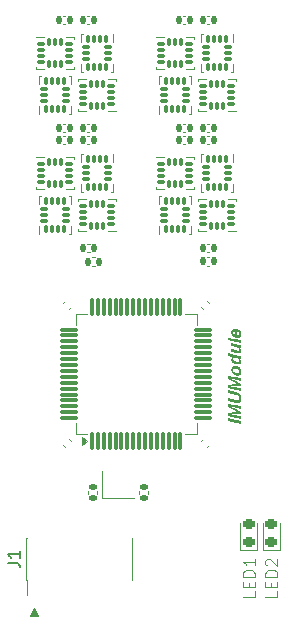
<source format=gbr>
%TF.GenerationSoftware,KiCad,Pcbnew,8.0.3-8.0.3-0~ubuntu22.04.1*%
%TF.CreationDate,2024-07-27T12:22:20+09:00*%
%TF.ProjectId,IMUModule_STM32,494d554d-6f64-4756-9c65-5f53544d3332,rev?*%
%TF.SameCoordinates,Original*%
%TF.FileFunction,Legend,Top*%
%TF.FilePolarity,Positive*%
%FSLAX46Y46*%
G04 Gerber Fmt 4.6, Leading zero omitted, Abs format (unit mm)*
G04 Created by KiCad (PCBNEW 8.0.3-8.0.3-0~ubuntu22.04.1) date 2024-07-27 12:22:20*
%MOMM*%
%LPD*%
G01*
G04 APERTURE LIST*
G04 Aperture macros list*
%AMRoundRect*
0 Rectangle with rounded corners*
0 $1 Rounding radius*
0 $2 $3 $4 $5 $6 $7 $8 $9 X,Y pos of 4 corners*
0 Add a 4 corners polygon primitive as box body*
4,1,4,$2,$3,$4,$5,$6,$7,$8,$9,$2,$3,0*
0 Add four circle primitives for the rounded corners*
1,1,$1+$1,$2,$3*
1,1,$1+$1,$4,$5*
1,1,$1+$1,$6,$7*
1,1,$1+$1,$8,$9*
0 Add four rect primitives between the rounded corners*
20,1,$1+$1,$2,$3,$4,$5,0*
20,1,$1+$1,$4,$5,$6,$7,0*
20,1,$1+$1,$6,$7,$8,$9,0*
20,1,$1+$1,$8,$9,$2,$3,0*%
G04 Aperture macros list end*
%ADD10C,0.050000*%
%ADD11C,0.240000*%
%ADD12C,0.100000*%
%ADD13C,0.150000*%
%ADD14C,0.120000*%
%ADD15RoundRect,0.087500X-0.225000X-0.087500X0.225000X-0.087500X0.225000X0.087500X-0.225000X0.087500X0*%
%ADD16RoundRect,0.087500X-0.087500X-0.225000X0.087500X-0.225000X0.087500X0.225000X-0.087500X0.225000X0*%
%ADD17RoundRect,0.140000X-0.140000X-0.170000X0.140000X-0.170000X0.140000X0.170000X-0.140000X0.170000X0*%
%ADD18RoundRect,0.140000X0.140000X0.170000X-0.140000X0.170000X-0.140000X-0.170000X0.140000X-0.170000X0*%
%ADD19R,0.900000X0.800000*%
%ADD20RoundRect,0.140000X-0.170000X0.140000X-0.170000X-0.140000X0.170000X-0.140000X0.170000X0.140000X0*%
%ADD21RoundRect,0.218750X0.256250X-0.218750X0.256250X0.218750X-0.256250X0.218750X-0.256250X-0.218750X0*%
%ADD22R,0.740000X2.400000*%
%ADD23RoundRect,0.087500X-0.087500X0.225000X-0.087500X-0.225000X0.087500X-0.225000X0.087500X0.225000X0*%
%ADD24RoundRect,0.087500X-0.225000X0.087500X-0.225000X-0.087500X0.225000X-0.087500X0.225000X0.087500X0*%
%ADD25RoundRect,0.075000X0.075000X-0.700000X0.075000X0.700000X-0.075000X0.700000X-0.075000X-0.700000X0*%
%ADD26RoundRect,0.075000X0.700000X-0.075000X0.700000X0.075000X-0.700000X0.075000X-0.700000X-0.075000X0*%
%ADD27RoundRect,0.087500X0.087500X-0.225000X0.087500X0.225000X-0.087500X0.225000X-0.087500X-0.225000X0*%
%ADD28RoundRect,0.087500X0.225000X-0.087500X0.225000X0.087500X-0.225000X0.087500X-0.225000X-0.087500X0*%
%ADD29RoundRect,0.087500X0.225000X0.087500X-0.225000X0.087500X-0.225000X-0.087500X0.225000X-0.087500X0*%
%ADD30RoundRect,0.087500X0.087500X0.225000X-0.087500X0.225000X-0.087500X-0.225000X0.087500X-0.225000X0*%
%ADD31RoundRect,0.140000X0.170000X-0.140000X0.170000X0.140000X-0.170000X0.140000X-0.170000X-0.140000X0*%
%ADD32RoundRect,0.140000X-0.219203X-0.021213X-0.021213X-0.219203X0.219203X0.021213X0.021213X0.219203X0*%
%ADD33RoundRect,0.140000X0.021213X-0.219203X0.219203X-0.021213X-0.021213X0.219203X-0.219203X0.021213X0*%
%ADD34R,1.700000X1.700000*%
%ADD35O,1.700000X1.700000*%
G04 APERTURE END LIST*
D10*
X3759238Y-52185400D02*
X3759238Y-52223495D01*
X3797333Y-52109209D02*
X3797333Y-52223495D01*
X3835428Y-52033019D02*
X3835428Y-52223495D01*
X3873523Y-51956828D02*
X3873523Y-52223495D01*
X3911619Y-51918733D02*
X3911619Y-52223495D01*
X3949714Y-51842542D02*
X3949714Y-52223495D01*
X3987809Y-51766352D02*
X3987809Y-52223495D01*
X4025904Y-51690161D02*
X4025904Y-52223495D01*
X4064000Y-51613971D02*
X4064000Y-52223495D01*
X4102095Y-51690161D02*
X4102095Y-52223495D01*
X4140190Y-51766352D02*
X4140190Y-52223495D01*
X4178285Y-51842542D02*
X4178285Y-52223495D01*
X4216381Y-51918733D02*
X4216381Y-52223495D01*
X4254476Y-51956828D02*
X4254476Y-52223495D01*
X4292571Y-52033019D02*
X4292571Y-52223495D01*
X4330666Y-52109209D02*
X4330666Y-52223495D01*
X4368762Y-52223495D02*
X4064000Y-51652066D01*
X4064000Y-51652066D02*
X3759238Y-52223495D01*
X4368762Y-52185400D02*
X4368762Y-52223495D01*
X4064000Y-51613971D02*
X4406857Y-52223495D01*
X4406857Y-52223495D02*
X3721142Y-52223495D01*
X3721142Y-52223495D02*
X4064000Y-51613971D01*
D11*
G36*
X21589000Y-35978973D02*
G01*
X20510423Y-35754758D01*
X20510423Y-35517354D01*
X21589000Y-35741569D01*
X21589000Y-35978973D01*
G37*
G36*
X21589000Y-34708055D02*
G01*
X20935039Y-34572134D01*
X20890709Y-34562975D01*
X20815315Y-34543160D01*
X20735688Y-34521006D01*
X20706428Y-34512783D01*
X20779406Y-34542600D01*
X20853152Y-34573578D01*
X20922406Y-34603957D01*
X20991459Y-34636981D01*
X21589000Y-34943628D01*
X21589000Y-35112521D01*
X20987063Y-35171506D01*
X20706428Y-35178101D01*
X20787097Y-35189595D01*
X20860059Y-35200666D01*
X20936114Y-35213969D01*
X20939802Y-35214737D01*
X21589000Y-35349559D01*
X21589000Y-35556921D01*
X20510423Y-35332706D01*
X20510423Y-35026792D01*
X21109795Y-34966342D01*
X21167314Y-34961946D01*
X21261103Y-34960114D01*
X21135807Y-34899297D01*
X20510423Y-34579461D01*
X20510423Y-34276845D01*
X21589000Y-34501060D01*
X21589000Y-34708055D01*
G37*
G36*
X21600723Y-33843802D02*
G01*
X21596872Y-33920807D01*
X21582644Y-33999707D01*
X21553547Y-34075453D01*
X21510757Y-34135812D01*
X21491180Y-34154479D01*
X21421879Y-34196249D01*
X21347725Y-34215277D01*
X21273148Y-34217952D01*
X21189524Y-34207583D01*
X21176840Y-34205037D01*
X20510423Y-34066551D01*
X20510423Y-33829147D01*
X21171344Y-33966534D01*
X21247320Y-33975991D01*
X21323355Y-33965112D01*
X21352695Y-33950048D01*
X21398032Y-33892254D01*
X21412909Y-33815988D01*
X21413145Y-33803136D01*
X21403923Y-33725237D01*
X21373118Y-33652941D01*
X21347565Y-33619221D01*
X21290447Y-33571015D01*
X21224149Y-33538685D01*
X21159987Y-33520669D01*
X20510423Y-33385480D01*
X20510423Y-33148076D01*
X21171344Y-33285463D01*
X21244898Y-33305058D01*
X21322505Y-33337165D01*
X21391277Y-33379229D01*
X21451214Y-33431252D01*
X21488616Y-33474507D01*
X21532298Y-33542142D01*
X21565252Y-33617140D01*
X21587476Y-33699501D01*
X21597986Y-33775957D01*
X21600723Y-33843802D01*
G37*
G36*
X21589000Y-32345739D02*
G01*
X20935039Y-32209817D01*
X20890709Y-32200658D01*
X20815315Y-32180843D01*
X20735688Y-32158689D01*
X20706428Y-32150466D01*
X20779406Y-32180284D01*
X20853152Y-32211261D01*
X20922406Y-32241641D01*
X20991459Y-32274664D01*
X21589000Y-32581311D01*
X21589000Y-32750205D01*
X20987063Y-32809189D01*
X20706428Y-32815784D01*
X20787097Y-32827279D01*
X20860059Y-32838349D01*
X20936114Y-32851653D01*
X20939802Y-32852420D01*
X21589000Y-32987242D01*
X21589000Y-33194605D01*
X20510423Y-32970390D01*
X20510423Y-32664475D01*
X21109795Y-32604025D01*
X21167314Y-32599629D01*
X21261103Y-32597797D01*
X21135807Y-32536981D01*
X20510423Y-32217145D01*
X20510423Y-31914528D01*
X21589000Y-32138743D01*
X21589000Y-32345739D01*
G37*
G36*
X21167475Y-31060200D02*
G01*
X21180137Y-31062731D01*
X21261892Y-31084993D01*
X21335653Y-31116196D01*
X21401420Y-31156339D01*
X21459192Y-31205424D01*
X21488616Y-31237487D01*
X21532298Y-31298725D01*
X21565252Y-31365434D01*
X21587476Y-31437612D01*
X21598971Y-31515259D01*
X21600723Y-31562085D01*
X21595271Y-31641346D01*
X21575688Y-31719565D01*
X21541862Y-31784594D01*
X21486784Y-31841988D01*
X21416057Y-31880892D01*
X21342045Y-31898443D01*
X21268683Y-31900652D01*
X21187291Y-31890589D01*
X21175008Y-31888150D01*
X21093323Y-31865975D01*
X21019772Y-31835035D01*
X20954356Y-31795330D01*
X20897075Y-31746859D01*
X20867995Y-31715226D01*
X20824598Y-31654292D01*
X20791860Y-31587539D01*
X20769780Y-31514965D01*
X20758360Y-31436571D01*
X20757615Y-31416272D01*
X20923316Y-31416272D01*
X20935552Y-31489780D01*
X20979505Y-31558720D01*
X21044184Y-31605856D01*
X21119103Y-31636463D01*
X21179038Y-31651845D01*
X21252497Y-31662857D01*
X21329380Y-31660806D01*
X21370280Y-31648547D01*
X21423507Y-31594791D01*
X21434027Y-31537173D01*
X21421580Y-31462791D01*
X21376872Y-31393067D01*
X21311081Y-31345432D01*
X21234874Y-31314538D01*
X21173909Y-31299036D01*
X21097001Y-31287272D01*
X21019699Y-31289523D01*
X20981201Y-31302699D01*
X20932869Y-31357938D01*
X20923316Y-31416272D01*
X20757615Y-31416272D01*
X20756620Y-31389161D01*
X20761879Y-31307722D01*
X20780770Y-31227958D01*
X20818444Y-31155192D01*
X20866529Y-31105595D01*
X20935624Y-31067693D01*
X21009595Y-31050983D01*
X21084012Y-31049473D01*
X21167475Y-31060200D01*
G37*
G36*
X21403253Y-30204339D02*
G01*
X21476132Y-30219456D01*
X21548981Y-30234534D01*
X21589000Y-30242808D01*
X21589000Y-30465191D01*
X21519024Y-30462626D01*
X21461930Y-30446731D01*
X21509266Y-30483793D01*
X21558433Y-30547501D01*
X21588870Y-30623435D01*
X21600138Y-30699909D01*
X21600723Y-30723478D01*
X21591826Y-30798014D01*
X21556788Y-30869909D01*
X21495169Y-30920677D01*
X21488249Y-30924245D01*
X21418024Y-30947684D01*
X21344265Y-30955623D01*
X21270972Y-30952615D01*
X21189510Y-30940316D01*
X21177206Y-30937801D01*
X21105585Y-30920061D01*
X21029905Y-30893764D01*
X20962711Y-30861437D01*
X20896308Y-30817106D01*
X20867262Y-30791988D01*
X20818856Y-30736804D01*
X20780931Y-30668044D01*
X20760510Y-30592213D01*
X20756620Y-30537731D01*
X20760937Y-30497797D01*
X20923316Y-30497797D01*
X20940893Y-30571319D01*
X20985598Y-30623826D01*
X21053839Y-30663216D01*
X21126741Y-30688262D01*
X21181969Y-30701496D01*
X21254583Y-30713082D01*
X21335567Y-30713225D01*
X21404243Y-30685845D01*
X21434027Y-30610271D01*
X21417175Y-30538922D01*
X21370764Y-30480849D01*
X21366616Y-30477281D01*
X21301868Y-30435863D01*
X21231497Y-30408656D01*
X21171344Y-30393383D01*
X21093527Y-30381943D01*
X21015648Y-30385289D01*
X20985598Y-30394482D01*
X20932074Y-30447376D01*
X20923316Y-30497797D01*
X20760937Y-30497797D01*
X20764992Y-30460279D01*
X20794722Y-30391185D01*
X20843815Y-30336307D01*
X20859935Y-30328537D01*
X20773473Y-30310585D01*
X20463528Y-30246471D01*
X20463528Y-30009067D01*
X21403253Y-30204339D01*
G37*
G36*
X20768344Y-29665418D02*
G01*
X21233626Y-29762138D01*
X21311712Y-29772554D01*
X21389994Y-29760733D01*
X21433245Y-29698403D01*
X21434027Y-29684102D01*
X21412200Y-29610360D01*
X21372112Y-29564667D01*
X21310993Y-29523855D01*
X21241808Y-29497260D01*
X21212011Y-29489929D01*
X20768344Y-29397972D01*
X20768344Y-29160568D01*
X21401055Y-29292092D01*
X21475226Y-29307342D01*
X21550579Y-29322933D01*
X21589000Y-29330927D01*
X21589000Y-29550013D01*
X21512681Y-29540533D01*
X21441057Y-29524047D01*
X21428532Y-29519238D01*
X21430730Y-29517040D01*
X21491661Y-29558994D01*
X21544515Y-29615364D01*
X21561156Y-29641970D01*
X21589556Y-29713438D01*
X21600375Y-29786387D01*
X21600723Y-29802804D01*
X21592816Y-29876914D01*
X21562454Y-29946294D01*
X21519757Y-29987818D01*
X21448247Y-30016274D01*
X21372598Y-30021333D01*
X21292034Y-30011387D01*
X21282353Y-30009434D01*
X20768344Y-29902822D01*
X20768344Y-29665418D01*
G37*
G36*
X21589000Y-29145547D02*
G01*
X20463528Y-28911806D01*
X20463528Y-28674402D01*
X21589000Y-28908143D01*
X21589000Y-29145547D01*
G37*
G36*
X21108169Y-27910327D02*
G01*
X21186149Y-27920892D01*
X21213842Y-27926286D01*
X21213842Y-28453851D01*
X21287413Y-28463502D01*
X21363067Y-28454252D01*
X21377974Y-28447989D01*
X21427404Y-28391391D01*
X21434027Y-28346506D01*
X21417823Y-28270144D01*
X21369210Y-28211922D01*
X21335842Y-28191168D01*
X21354893Y-27960725D01*
X21425713Y-28010177D01*
X21484530Y-28065568D01*
X21531343Y-28126898D01*
X21566153Y-28194167D01*
X21588960Y-28267376D01*
X21599763Y-28346523D01*
X21600723Y-28379845D01*
X21595464Y-28456596D01*
X21576573Y-28531690D01*
X21538899Y-28600076D01*
X21490814Y-28646558D01*
X21421075Y-28681570D01*
X21346142Y-28696390D01*
X21270583Y-28696773D01*
X21185698Y-28685411D01*
X21172810Y-28682829D01*
X21101029Y-28664268D01*
X21025458Y-28635290D01*
X20958687Y-28598422D01*
X20893154Y-28546627D01*
X20864697Y-28516866D01*
X20817413Y-28450783D01*
X20783639Y-28376731D01*
X20765169Y-28305400D01*
X20759024Y-28246855D01*
X20923316Y-28246855D01*
X20936878Y-28319344D01*
X20966180Y-28364824D01*
X21028061Y-28410105D01*
X21073159Y-28424908D01*
X21073159Y-28134748D01*
X20996766Y-28133431D01*
X20962883Y-28149402D01*
X20925789Y-28215348D01*
X20923316Y-28246855D01*
X20759024Y-28246855D01*
X20757042Y-28227967D01*
X20756620Y-28204723D01*
X20762177Y-28131285D01*
X20782138Y-28059850D01*
X20821947Y-27995415D01*
X20872757Y-27952298D01*
X20946692Y-27920765D01*
X21026863Y-27908646D01*
X21108169Y-27910327D01*
G37*
D12*
X22732419Y-50146925D02*
X22732419Y-50623115D01*
X22732419Y-50623115D02*
X21732419Y-50623115D01*
X22208609Y-49813591D02*
X22208609Y-49480258D01*
X22732419Y-49337401D02*
X22732419Y-49813591D01*
X22732419Y-49813591D02*
X21732419Y-49813591D01*
X21732419Y-49813591D02*
X21732419Y-49337401D01*
X22732419Y-48908829D02*
X21732419Y-48908829D01*
X21732419Y-48908829D02*
X21732419Y-48670734D01*
X21732419Y-48670734D02*
X21780038Y-48527877D01*
X21780038Y-48527877D02*
X21875276Y-48432639D01*
X21875276Y-48432639D02*
X21970514Y-48385020D01*
X21970514Y-48385020D02*
X22160990Y-48337401D01*
X22160990Y-48337401D02*
X22303847Y-48337401D01*
X22303847Y-48337401D02*
X22494323Y-48385020D01*
X22494323Y-48385020D02*
X22589561Y-48432639D01*
X22589561Y-48432639D02*
X22684800Y-48527877D01*
X22684800Y-48527877D02*
X22732419Y-48670734D01*
X22732419Y-48670734D02*
X22732419Y-48908829D01*
X22732419Y-47385020D02*
X22732419Y-47956448D01*
X22732419Y-47670734D02*
X21732419Y-47670734D01*
X21732419Y-47670734D02*
X21875276Y-47765972D01*
X21875276Y-47765972D02*
X21970514Y-47861210D01*
X21970514Y-47861210D02*
X22018133Y-47956448D01*
X24637419Y-50146925D02*
X24637419Y-50623115D01*
X24637419Y-50623115D02*
X23637419Y-50623115D01*
X24113609Y-49813591D02*
X24113609Y-49480258D01*
X24637419Y-49337401D02*
X24637419Y-49813591D01*
X24637419Y-49813591D02*
X23637419Y-49813591D01*
X23637419Y-49813591D02*
X23637419Y-49337401D01*
X24637419Y-48908829D02*
X23637419Y-48908829D01*
X23637419Y-48908829D02*
X23637419Y-48670734D01*
X23637419Y-48670734D02*
X23685038Y-48527877D01*
X23685038Y-48527877D02*
X23780276Y-48432639D01*
X23780276Y-48432639D02*
X23875514Y-48385020D01*
X23875514Y-48385020D02*
X24065990Y-48337401D01*
X24065990Y-48337401D02*
X24208847Y-48337401D01*
X24208847Y-48337401D02*
X24399323Y-48385020D01*
X24399323Y-48385020D02*
X24494561Y-48432639D01*
X24494561Y-48432639D02*
X24589800Y-48527877D01*
X24589800Y-48527877D02*
X24637419Y-48670734D01*
X24637419Y-48670734D02*
X24637419Y-48908829D01*
X23732657Y-47956448D02*
X23685038Y-47908829D01*
X23685038Y-47908829D02*
X23637419Y-47813591D01*
X23637419Y-47813591D02*
X23637419Y-47575496D01*
X23637419Y-47575496D02*
X23685038Y-47480258D01*
X23685038Y-47480258D02*
X23732657Y-47432639D01*
X23732657Y-47432639D02*
X23827895Y-47385020D01*
X23827895Y-47385020D02*
X23923133Y-47385020D01*
X23923133Y-47385020D02*
X24065990Y-47432639D01*
X24065990Y-47432639D02*
X24637419Y-48004067D01*
X24637419Y-48004067D02*
X24637419Y-47385020D01*
D13*
X1823819Y-47749333D02*
X2538104Y-47749333D01*
X2538104Y-47749333D02*
X2680961Y-47796952D01*
X2680961Y-47796952D02*
X2776200Y-47892190D01*
X2776200Y-47892190D02*
X2823819Y-48035047D01*
X2823819Y-48035047D02*
X2823819Y-48130285D01*
X2823819Y-46749333D02*
X2823819Y-47320761D01*
X2823819Y-47035047D02*
X1823819Y-47035047D01*
X1823819Y-47035047D02*
X1966676Y-47130285D01*
X1966676Y-47130285D02*
X2061914Y-47225523D01*
X2061914Y-47225523D02*
X2109533Y-47320761D01*
D14*
%TO.C,U5*%
X14392000Y-16092000D02*
X14392000Y-15917000D01*
X15067000Y-13372000D02*
X14392000Y-13372000D01*
X15067000Y-16092000D02*
X14392000Y-16092000D01*
X16937000Y-13372000D02*
X17612000Y-13372000D01*
X16937000Y-16092000D02*
X17612000Y-16092000D01*
X17612000Y-13372000D02*
X17612000Y-13547000D01*
X17612000Y-16092000D02*
X17612000Y-15917000D01*
%TO.C,C24*%
X6496164Y-11578000D02*
X6711836Y-11578000D01*
X6496164Y-12298000D02*
X6711836Y-12298000D01*
%TO.C,C26*%
X8743836Y-11578000D02*
X8528164Y-11578000D01*
X8743836Y-12298000D02*
X8528164Y-12298000D01*
%TO.C,Y1*%
X9826000Y-39998000D02*
X9826000Y-42298000D01*
X9826000Y-42298000D02*
X12526000Y-42298000D01*
%TO.C,U13*%
X4232000Y-5932000D02*
X4232000Y-5757000D01*
X4907000Y-3212000D02*
X4232000Y-3212000D01*
X4907000Y-5932000D02*
X4232000Y-5932000D01*
X6777000Y-3212000D02*
X7452000Y-3212000D01*
X6777000Y-5932000D02*
X7452000Y-5932000D01*
X7452000Y-3212000D02*
X7452000Y-3387000D01*
X7452000Y-5932000D02*
X7452000Y-5757000D01*
%TO.C,U1*%
X14392000Y-5932000D02*
X14392000Y-5757000D01*
X15067000Y-3212000D02*
X14392000Y-3212000D01*
X15067000Y-5932000D02*
X14392000Y-5932000D01*
X16937000Y-3212000D02*
X17612000Y-3212000D01*
X16937000Y-5932000D02*
X17612000Y-5932000D01*
X17612000Y-3212000D02*
X17612000Y-3387000D01*
X17612000Y-5932000D02*
X17612000Y-5757000D01*
%TO.C,C29*%
X6496164Y-10562000D02*
X6711836Y-10562000D01*
X6496164Y-11282000D02*
X6711836Y-11282000D01*
%TO.C,C1*%
X8657000Y-41675164D02*
X8657000Y-41890836D01*
X9377000Y-41675164D02*
X9377000Y-41890836D01*
%TO.C,D3*%
X21490000Y-44412000D02*
X21490000Y-46697000D01*
X21490000Y-46697000D02*
X22960000Y-46697000D01*
X22960000Y-46697000D02*
X22960000Y-44412000D01*
%TO.C,C31*%
X8743836Y-10562000D02*
X8528164Y-10562000D01*
X8743836Y-11282000D02*
X8528164Y-11282000D01*
%TO.C,J1*%
X3369000Y-45651000D02*
X3434000Y-45651000D01*
X3369000Y-49181000D02*
X3369000Y-45651000D01*
X3369000Y-49181000D02*
X3434000Y-49181000D01*
X3434000Y-50506000D02*
X3434000Y-49181000D01*
X12314000Y-45651000D02*
X12379000Y-45651000D01*
X12314000Y-49181000D02*
X12379000Y-49181000D01*
X12379000Y-49181000D02*
X12379000Y-45651000D01*
%TO.C,C21*%
X18903836Y-21865000D02*
X18688164Y-21865000D01*
X18903836Y-22585000D02*
X18688164Y-22585000D01*
%TO.C,U2*%
X18198000Y-2962000D02*
X18373000Y-2962000D01*
X18198000Y-3637000D02*
X18198000Y-2962000D01*
X18198000Y-5507000D02*
X18198000Y-6182000D01*
X18198000Y-6182000D02*
X18373000Y-6182000D01*
X20918000Y-3637000D02*
X20918000Y-2962000D01*
X20918000Y-5507000D02*
X20918000Y-6182000D01*
X20918000Y-6182000D02*
X20743000Y-6182000D01*
%TO.C,C28*%
X6496164Y-1418000D02*
X6711836Y-1418000D01*
X6496164Y-2138000D02*
X6711836Y-2138000D01*
%TO.C,C19*%
X16656164Y-10562000D02*
X16871836Y-10562000D01*
X16656164Y-11282000D02*
X16871836Y-11282000D01*
%TO.C,U33*%
X7590000Y-26640000D02*
X8540000Y-26640000D01*
X7590000Y-27590000D02*
X7590000Y-26640000D01*
X7590000Y-35910000D02*
X7590000Y-36860000D01*
X7590000Y-36860000D02*
X8540000Y-36860000D01*
X17810000Y-26640000D02*
X16860000Y-26640000D01*
X17810000Y-27590000D02*
X17810000Y-26640000D01*
X17810000Y-35910000D02*
X17810000Y-36860000D01*
X17810000Y-36860000D02*
X16860000Y-36860000D01*
X8540000Y-37475000D02*
X8070000Y-37815000D01*
X8070000Y-37135000D01*
X8540000Y-37475000D01*
G36*
X8540000Y-37475000D02*
G01*
X8070000Y-37815000D01*
X8070000Y-37135000D01*
X8540000Y-37475000D01*
G37*
%TO.C,U4*%
X14642000Y-6518000D02*
X14817000Y-6518000D01*
X14642000Y-7193000D02*
X14642000Y-6518000D01*
X14642000Y-9063000D02*
X14642000Y-9738000D01*
X17362000Y-6518000D02*
X17187000Y-6518000D01*
X17362000Y-7193000D02*
X17362000Y-6518000D01*
X17362000Y-9063000D02*
X17362000Y-9738000D01*
X17362000Y-9738000D02*
X17187000Y-9738000D01*
%TO.C,U12*%
X8038000Y-13122000D02*
X8213000Y-13122000D01*
X8038000Y-13797000D02*
X8038000Y-13122000D01*
X8038000Y-15667000D02*
X8038000Y-16342000D01*
X8038000Y-16342000D02*
X8213000Y-16342000D01*
X10758000Y-13797000D02*
X10758000Y-13122000D01*
X10758000Y-15667000D02*
X10758000Y-16342000D01*
X10758000Y-16342000D02*
X10583000Y-16342000D01*
%TO.C,U14*%
X4482000Y-6518000D02*
X4657000Y-6518000D01*
X4482000Y-7193000D02*
X4482000Y-6518000D01*
X4482000Y-9063000D02*
X4482000Y-9738000D01*
X7202000Y-6518000D02*
X7027000Y-6518000D01*
X7202000Y-7193000D02*
X7202000Y-6518000D01*
X7202000Y-9063000D02*
X7202000Y-9738000D01*
X7202000Y-9738000D02*
X7027000Y-9738000D01*
%TO.C,U15*%
X7788000Y-6768000D02*
X7788000Y-6943000D01*
X7788000Y-9488000D02*
X7788000Y-9313000D01*
X8463000Y-6768000D02*
X7788000Y-6768000D01*
X8463000Y-9488000D02*
X7788000Y-9488000D01*
X10333000Y-6768000D02*
X11008000Y-6768000D01*
X10333000Y-9488000D02*
X11008000Y-9488000D01*
X11008000Y-6768000D02*
X11008000Y-6943000D01*
%TO.C,C23*%
X18903836Y-20722000D02*
X18688164Y-20722000D01*
X18903836Y-21442000D02*
X18688164Y-21442000D01*
%TO.C,C15*%
X18903836Y-10562000D02*
X18688164Y-10562000D01*
X18903836Y-11282000D02*
X18688164Y-11282000D01*
%TO.C,U9*%
X4232000Y-16092000D02*
X4232000Y-15917000D01*
X4907000Y-13372000D02*
X4232000Y-13372000D01*
X4907000Y-16092000D02*
X4232000Y-16092000D01*
X6777000Y-13372000D02*
X7452000Y-13372000D01*
X6777000Y-16092000D02*
X7452000Y-16092000D01*
X7452000Y-13372000D02*
X7452000Y-13547000D01*
X7452000Y-16092000D02*
X7452000Y-15917000D01*
%TO.C,C20*%
X16656164Y-11578000D02*
X16871836Y-11578000D01*
X16656164Y-12298000D02*
X16871836Y-12298000D01*
%TO.C,U10*%
X4482000Y-16678000D02*
X4657000Y-16678000D01*
X4482000Y-17353000D02*
X4482000Y-16678000D01*
X4482000Y-19223000D02*
X4482000Y-19898000D01*
X7202000Y-16678000D02*
X7027000Y-16678000D01*
X7202000Y-17353000D02*
X7202000Y-16678000D01*
X7202000Y-19223000D02*
X7202000Y-19898000D01*
X7202000Y-19898000D02*
X7027000Y-19898000D01*
%TO.C,U11*%
X7788000Y-16928000D02*
X7788000Y-17103000D01*
X7788000Y-19648000D02*
X7788000Y-19473000D01*
X8463000Y-16928000D02*
X7788000Y-16928000D01*
X8463000Y-19648000D02*
X7788000Y-19648000D01*
X10333000Y-16928000D02*
X11008000Y-16928000D01*
X10333000Y-19648000D02*
X11008000Y-19648000D01*
X11008000Y-16928000D02*
X11008000Y-17103000D01*
%TO.C,C14*%
X16656164Y-1418000D02*
X16871836Y-1418000D01*
X16656164Y-2138000D02*
X16871836Y-2138000D01*
%TO.C,U7*%
X17948000Y-16928000D02*
X17948000Y-17103000D01*
X17948000Y-19648000D02*
X17948000Y-19473000D01*
X18623000Y-16928000D02*
X17948000Y-16928000D01*
X18623000Y-19648000D02*
X17948000Y-19648000D01*
X20493000Y-16928000D02*
X21168000Y-16928000D01*
X20493000Y-19648000D02*
X21168000Y-19648000D01*
X21168000Y-16928000D02*
X21168000Y-17103000D01*
%TO.C,C22*%
X18903836Y-11578000D02*
X18688164Y-11578000D01*
X18903836Y-12298000D02*
X18688164Y-12298000D01*
%TO.C,C2*%
X12975000Y-41890836D02*
X12975000Y-41675164D01*
X13695000Y-41890836D02*
X13695000Y-41675164D01*
%TO.C,C10*%
X18211190Y-26086307D02*
X18363693Y-26238810D01*
X18720307Y-25577190D02*
X18872810Y-25729693D01*
%TO.C,D2*%
X23395000Y-44412000D02*
X23395000Y-46697000D01*
X23395000Y-46697000D02*
X24865000Y-46697000D01*
X24865000Y-46697000D02*
X24865000Y-44412000D01*
%TO.C,C30*%
X8743836Y-1418000D02*
X8528164Y-1418000D01*
X8743836Y-2138000D02*
X8528164Y-2138000D01*
%TO.C,C27*%
X8771836Y-20722000D02*
X8556164Y-20722000D01*
X8771836Y-21442000D02*
X8556164Y-21442000D01*
%TO.C,C13*%
X18211190Y-37413693D02*
X18363693Y-37261190D01*
X18720307Y-37922810D02*
X18872810Y-37770307D01*
%TO.C,C25*%
X9201036Y-21890400D02*
X8985364Y-21890400D01*
X9201036Y-22610400D02*
X8985364Y-22610400D01*
%TO.C,C11*%
X6527190Y-25729693D02*
X6679693Y-25577190D01*
X7036307Y-26238810D02*
X7188810Y-26086307D01*
%TO.C,U16*%
X8038000Y-2962000D02*
X8213000Y-2962000D01*
X8038000Y-3637000D02*
X8038000Y-2962000D01*
X8038000Y-5507000D02*
X8038000Y-6182000D01*
X8038000Y-6182000D02*
X8213000Y-6182000D01*
X10758000Y-3637000D02*
X10758000Y-2962000D01*
X10758000Y-5507000D02*
X10758000Y-6182000D01*
X10758000Y-6182000D02*
X10583000Y-6182000D01*
%TO.C,C9*%
X6527190Y-37770307D02*
X6679693Y-37922810D01*
X7036307Y-37261190D02*
X7188810Y-37413693D01*
%TO.C,C18*%
X18903836Y-1418000D02*
X18688164Y-1418000D01*
X18903836Y-2138000D02*
X18688164Y-2138000D01*
%TO.C,U6*%
X14642000Y-16678000D02*
X14817000Y-16678000D01*
X14642000Y-17353000D02*
X14642000Y-16678000D01*
X14642000Y-19223000D02*
X14642000Y-19898000D01*
X17362000Y-16678000D02*
X17187000Y-16678000D01*
X17362000Y-17353000D02*
X17362000Y-16678000D01*
X17362000Y-19223000D02*
X17362000Y-19898000D01*
X17362000Y-19898000D02*
X17187000Y-19898000D01*
%TO.C,U8*%
X18198000Y-13122000D02*
X18373000Y-13122000D01*
X18198000Y-13797000D02*
X18198000Y-13122000D01*
X18198000Y-15667000D02*
X18198000Y-16342000D01*
X18198000Y-16342000D02*
X18373000Y-16342000D01*
X20918000Y-13797000D02*
X20918000Y-13122000D01*
X20918000Y-15667000D02*
X20918000Y-16342000D01*
X20918000Y-16342000D02*
X20743000Y-16342000D01*
%TO.C,U3*%
X17948000Y-6768000D02*
X17948000Y-6943000D01*
X17948000Y-9488000D02*
X17948000Y-9313000D01*
X18623000Y-6768000D02*
X17948000Y-6768000D01*
X18623000Y-9488000D02*
X17948000Y-9488000D01*
X20493000Y-6768000D02*
X21168000Y-6768000D01*
X20493000Y-9488000D02*
X21168000Y-9488000D01*
X21168000Y-6768000D02*
X21168000Y-6943000D01*
%TD*%
%LPC*%
D15*
%TO.C,U5*%
X14839500Y-13982000D03*
X14839500Y-14482000D03*
X14839500Y-14982000D03*
X14839500Y-15482000D03*
D16*
X15502000Y-15644500D03*
X16002000Y-15644500D03*
X16502000Y-15644500D03*
D15*
X17164500Y-15482000D03*
X17164500Y-14982000D03*
X17164500Y-14482000D03*
X17164500Y-13982000D03*
D16*
X16502000Y-13819500D03*
X16002000Y-13819500D03*
X15502000Y-13819500D03*
%TD*%
D17*
%TO.C,C24*%
X6124000Y-11938000D03*
X7084000Y-11938000D03*
%TD*%
D18*
%TO.C,C26*%
X9116000Y-11938000D03*
X8156000Y-11938000D03*
%TD*%
D19*
%TO.C,Y1*%
X10476000Y-41698000D03*
X11876000Y-41698000D03*
X11876000Y-40598000D03*
X10476000Y-40598000D03*
%TD*%
D15*
%TO.C,U13*%
X4679500Y-3822000D03*
X4679500Y-4322000D03*
X4679500Y-4822000D03*
X4679500Y-5322000D03*
D16*
X5342000Y-5484500D03*
X5842000Y-5484500D03*
X6342000Y-5484500D03*
D15*
X7004500Y-5322000D03*
X7004500Y-4822000D03*
X7004500Y-4322000D03*
X7004500Y-3822000D03*
D16*
X6342000Y-3659500D03*
X5842000Y-3659500D03*
X5342000Y-3659500D03*
%TD*%
D15*
%TO.C,U1*%
X14839500Y-3822000D03*
X14839500Y-4322000D03*
X14839500Y-4822000D03*
X14839500Y-5322000D03*
D16*
X15502000Y-5484500D03*
X16002000Y-5484500D03*
X16502000Y-5484500D03*
D15*
X17164500Y-5322000D03*
X17164500Y-4822000D03*
X17164500Y-4322000D03*
X17164500Y-3822000D03*
D16*
X16502000Y-3659500D03*
X16002000Y-3659500D03*
X15502000Y-3659500D03*
%TD*%
D17*
%TO.C,C29*%
X6124000Y-10922000D03*
X7084000Y-10922000D03*
%TD*%
D20*
%TO.C,C1*%
X9017000Y-41303000D03*
X9017000Y-42263000D03*
%TD*%
D21*
%TO.C,D3*%
X22225000Y-45999500D03*
X22225000Y-44424500D03*
%TD*%
D18*
%TO.C,C31*%
X9116000Y-10922000D03*
X8156000Y-10922000D03*
%TD*%
D22*
%TO.C,J1*%
X4064000Y-49366000D03*
X4064000Y-45466000D03*
X5334000Y-49366000D03*
X5334000Y-45466000D03*
X6604000Y-49366000D03*
X6604000Y-45466000D03*
X7874000Y-49366000D03*
X7874000Y-45466000D03*
X9144000Y-49366000D03*
X9144000Y-45466000D03*
X10414000Y-49366000D03*
X10414000Y-45466000D03*
X11684000Y-49366000D03*
X11684000Y-45466000D03*
%TD*%
D18*
%TO.C,C21*%
X19276000Y-22225000D03*
X18316000Y-22225000D03*
%TD*%
D23*
%TO.C,U2*%
X20308000Y-3409500D03*
X19808000Y-3409500D03*
X19308000Y-3409500D03*
X18808000Y-3409500D03*
D24*
X18645500Y-4072000D03*
X18645500Y-4572000D03*
X18645500Y-5072000D03*
D23*
X18808000Y-5734500D03*
X19308000Y-5734500D03*
X19808000Y-5734500D03*
X20308000Y-5734500D03*
D24*
X20470500Y-5072000D03*
X20470500Y-4572000D03*
X20470500Y-4072000D03*
%TD*%
D17*
%TO.C,C28*%
X6124000Y-1778000D03*
X7084000Y-1778000D03*
%TD*%
%TO.C,C19*%
X16284000Y-10922000D03*
X17244000Y-10922000D03*
%TD*%
D25*
%TO.C,U33*%
X8950000Y-37425000D03*
X9450000Y-37425000D03*
X9950000Y-37425000D03*
X10450000Y-37425000D03*
X10950000Y-37425000D03*
X11450000Y-37425000D03*
X11950000Y-37425000D03*
X12450000Y-37425000D03*
X12950000Y-37425000D03*
X13450000Y-37425000D03*
X13950000Y-37425000D03*
X14450000Y-37425000D03*
X14950000Y-37425000D03*
X15450000Y-37425000D03*
X15950000Y-37425000D03*
X16450000Y-37425000D03*
D26*
X18375000Y-35500000D03*
X18375000Y-35000000D03*
X18375000Y-34500000D03*
X18375000Y-34000000D03*
X18375000Y-33500000D03*
X18375000Y-33000000D03*
X18375000Y-32500000D03*
X18375000Y-32000000D03*
X18375000Y-31500000D03*
X18375000Y-31000000D03*
X18375000Y-30500000D03*
X18375000Y-30000000D03*
X18375000Y-29500000D03*
X18375000Y-29000000D03*
X18375000Y-28500000D03*
X18375000Y-28000000D03*
D25*
X16450000Y-26075000D03*
X15950000Y-26075000D03*
X15450000Y-26075000D03*
X14950000Y-26075000D03*
X14450000Y-26075000D03*
X13950000Y-26075000D03*
X13450000Y-26075000D03*
X12950000Y-26075000D03*
X12450000Y-26075000D03*
X11950000Y-26075000D03*
X11450000Y-26075000D03*
X10950000Y-26075000D03*
X10450000Y-26075000D03*
X9950000Y-26075000D03*
X9450000Y-26075000D03*
X8950000Y-26075000D03*
D26*
X7025000Y-28000000D03*
X7025000Y-28500000D03*
X7025000Y-29000000D03*
X7025000Y-29500000D03*
X7025000Y-30000000D03*
X7025000Y-30500000D03*
X7025000Y-31000000D03*
X7025000Y-31500000D03*
X7025000Y-32000000D03*
X7025000Y-32500000D03*
X7025000Y-33000000D03*
X7025000Y-33500000D03*
X7025000Y-34000000D03*
X7025000Y-34500000D03*
X7025000Y-35000000D03*
X7025000Y-35500000D03*
%TD*%
D27*
%TO.C,U4*%
X15252000Y-9290500D03*
X15752000Y-9290500D03*
X16252000Y-9290500D03*
X16752000Y-9290500D03*
D28*
X16914500Y-8628000D03*
X16914500Y-8128000D03*
X16914500Y-7628000D03*
D27*
X16752000Y-6965500D03*
X16252000Y-6965500D03*
X15752000Y-6965500D03*
X15252000Y-6965500D03*
D28*
X15089500Y-7628000D03*
X15089500Y-8128000D03*
X15089500Y-8628000D03*
%TD*%
D23*
%TO.C,U12*%
X10148000Y-13569500D03*
X9648000Y-13569500D03*
X9148000Y-13569500D03*
X8648000Y-13569500D03*
D24*
X8485500Y-14232000D03*
X8485500Y-14732000D03*
X8485500Y-15232000D03*
D23*
X8648000Y-15894500D03*
X9148000Y-15894500D03*
X9648000Y-15894500D03*
X10148000Y-15894500D03*
D24*
X10310500Y-15232000D03*
X10310500Y-14732000D03*
X10310500Y-14232000D03*
%TD*%
D27*
%TO.C,U14*%
X5092000Y-9290500D03*
X5592000Y-9290500D03*
X6092000Y-9290500D03*
X6592000Y-9290500D03*
D28*
X6754500Y-8628000D03*
X6754500Y-8128000D03*
X6754500Y-7628000D03*
D27*
X6592000Y-6965500D03*
X6092000Y-6965500D03*
X5592000Y-6965500D03*
X5092000Y-6965500D03*
D28*
X4929500Y-7628000D03*
X4929500Y-8128000D03*
X4929500Y-8628000D03*
%TD*%
D29*
%TO.C,U15*%
X10560500Y-8878000D03*
X10560500Y-8378000D03*
X10560500Y-7878000D03*
X10560500Y-7378000D03*
D30*
X9898000Y-7215500D03*
X9398000Y-7215500D03*
X8898000Y-7215500D03*
D29*
X8235500Y-7378000D03*
X8235500Y-7878000D03*
X8235500Y-8378000D03*
X8235500Y-8878000D03*
D30*
X8898000Y-9040500D03*
X9398000Y-9040500D03*
X9898000Y-9040500D03*
%TD*%
D18*
%TO.C,C23*%
X19276000Y-21082000D03*
X18316000Y-21082000D03*
%TD*%
%TO.C,C15*%
X19276000Y-10922000D03*
X18316000Y-10922000D03*
%TD*%
D15*
%TO.C,U9*%
X4679500Y-13982000D03*
X4679500Y-14482000D03*
X4679500Y-14982000D03*
X4679500Y-15482000D03*
D16*
X5342000Y-15644500D03*
X5842000Y-15644500D03*
X6342000Y-15644500D03*
D15*
X7004500Y-15482000D03*
X7004500Y-14982000D03*
X7004500Y-14482000D03*
X7004500Y-13982000D03*
D16*
X6342000Y-13819500D03*
X5842000Y-13819500D03*
X5342000Y-13819500D03*
%TD*%
D17*
%TO.C,C20*%
X16284000Y-11938000D03*
X17244000Y-11938000D03*
%TD*%
D27*
%TO.C,U10*%
X5092000Y-19450500D03*
X5592000Y-19450500D03*
X6092000Y-19450500D03*
X6592000Y-19450500D03*
D28*
X6754500Y-18788000D03*
X6754500Y-18288000D03*
X6754500Y-17788000D03*
D27*
X6592000Y-17125500D03*
X6092000Y-17125500D03*
X5592000Y-17125500D03*
X5092000Y-17125500D03*
D28*
X4929500Y-17788000D03*
X4929500Y-18288000D03*
X4929500Y-18788000D03*
%TD*%
D29*
%TO.C,U11*%
X10560500Y-19038000D03*
X10560500Y-18538000D03*
X10560500Y-18038000D03*
X10560500Y-17538000D03*
D30*
X9898000Y-17375500D03*
X9398000Y-17375500D03*
X8898000Y-17375500D03*
D29*
X8235500Y-17538000D03*
X8235500Y-18038000D03*
X8235500Y-18538000D03*
X8235500Y-19038000D03*
D30*
X8898000Y-19200500D03*
X9398000Y-19200500D03*
X9898000Y-19200500D03*
%TD*%
D17*
%TO.C,C14*%
X16284000Y-1778000D03*
X17244000Y-1778000D03*
%TD*%
D29*
%TO.C,U7*%
X20720500Y-19038000D03*
X20720500Y-18538000D03*
X20720500Y-18038000D03*
X20720500Y-17538000D03*
D30*
X20058000Y-17375500D03*
X19558000Y-17375500D03*
X19058000Y-17375500D03*
D29*
X18395500Y-17538000D03*
X18395500Y-18038000D03*
X18395500Y-18538000D03*
X18395500Y-19038000D03*
D30*
X19058000Y-19200500D03*
X19558000Y-19200500D03*
X20058000Y-19200500D03*
%TD*%
D18*
%TO.C,C22*%
X19276000Y-11938000D03*
X18316000Y-11938000D03*
%TD*%
D31*
%TO.C,C2*%
X13335000Y-42263000D03*
X13335000Y-41303000D03*
%TD*%
D32*
%TO.C,C10*%
X18202589Y-25568589D03*
X18881411Y-26247411D03*
%TD*%
D21*
%TO.C,D2*%
X24130000Y-45999500D03*
X24130000Y-44424500D03*
%TD*%
D18*
%TO.C,C30*%
X9116000Y-1778000D03*
X8156000Y-1778000D03*
%TD*%
%TO.C,C27*%
X9144000Y-21082000D03*
X8184000Y-21082000D03*
%TD*%
D33*
%TO.C,C13*%
X18202589Y-37931411D03*
X18881411Y-37252589D03*
%TD*%
D18*
%TO.C,C25*%
X9573200Y-22250400D03*
X8613200Y-22250400D03*
%TD*%
D33*
%TO.C,C11*%
X6518589Y-26247411D03*
X7197411Y-25568589D03*
%TD*%
D23*
%TO.C,U16*%
X10148000Y-3409500D03*
X9648000Y-3409500D03*
X9148000Y-3409500D03*
X8648000Y-3409500D03*
D24*
X8485500Y-4072000D03*
X8485500Y-4572000D03*
X8485500Y-5072000D03*
D23*
X8648000Y-5734500D03*
X9148000Y-5734500D03*
X9648000Y-5734500D03*
X10148000Y-5734500D03*
D24*
X10310500Y-5072000D03*
X10310500Y-4572000D03*
X10310500Y-4072000D03*
%TD*%
D32*
%TO.C,C9*%
X6518589Y-37252589D03*
X7197411Y-37931411D03*
%TD*%
D18*
%TO.C,C18*%
X19276000Y-1778000D03*
X18316000Y-1778000D03*
%TD*%
D27*
%TO.C,U6*%
X15252000Y-19450500D03*
X15752000Y-19450500D03*
X16252000Y-19450500D03*
X16752000Y-19450500D03*
D28*
X16914500Y-18788000D03*
X16914500Y-18288000D03*
X16914500Y-17788000D03*
D27*
X16752000Y-17125500D03*
X16252000Y-17125500D03*
X15752000Y-17125500D03*
X15252000Y-17125500D03*
D28*
X15089500Y-17788000D03*
X15089500Y-18288000D03*
X15089500Y-18788000D03*
%TD*%
D23*
%TO.C,U8*%
X20308000Y-13569500D03*
X19808000Y-13569500D03*
X19308000Y-13569500D03*
X18808000Y-13569500D03*
D24*
X18645500Y-14232000D03*
X18645500Y-14732000D03*
X18645500Y-15232000D03*
D23*
X18808000Y-15894500D03*
X19308000Y-15894500D03*
X19808000Y-15894500D03*
X20308000Y-15894500D03*
D24*
X20470500Y-15232000D03*
X20470500Y-14732000D03*
X20470500Y-14232000D03*
%TD*%
D29*
%TO.C,U3*%
X20720500Y-8878000D03*
X20720500Y-8378000D03*
X20720500Y-7878000D03*
X20720500Y-7378000D03*
D30*
X20058000Y-7215500D03*
X19558000Y-7215500D03*
X19058000Y-7215500D03*
D29*
X18395500Y-7378000D03*
X18395500Y-7878000D03*
X18395500Y-8378000D03*
X18395500Y-8878000D03*
D30*
X19058000Y-9040500D03*
X19558000Y-9040500D03*
X20058000Y-9040500D03*
%TD*%
D34*
%TO.C,J3*%
X1270000Y-39370000D03*
D35*
X1270000Y-36830000D03*
X1270000Y-34290000D03*
X1270000Y-31750000D03*
X1270000Y-29210000D03*
X1270000Y-26670000D03*
X1270000Y-24130000D03*
X1270000Y-21590000D03*
X1270000Y-19050000D03*
X1270000Y-16510000D03*
X1270000Y-13970000D03*
X1270000Y-11430000D03*
X1270000Y-8890000D03*
X1270000Y-6350000D03*
X1270000Y-3810000D03*
%TD*%
D34*
%TO.C,J4*%
X24130000Y-39370000D03*
D35*
X24130000Y-36830000D03*
X24130000Y-34290000D03*
X24130000Y-31750000D03*
X24130000Y-29210000D03*
X24130000Y-26670000D03*
X24130000Y-24130000D03*
X24130000Y-21590000D03*
X24130000Y-19050000D03*
X24130000Y-16510000D03*
X24130000Y-13970000D03*
X24130000Y-11430000D03*
X24130000Y-8890000D03*
X24130000Y-6350000D03*
X24130000Y-3810000D03*
%TD*%
%LPD*%
M02*

</source>
